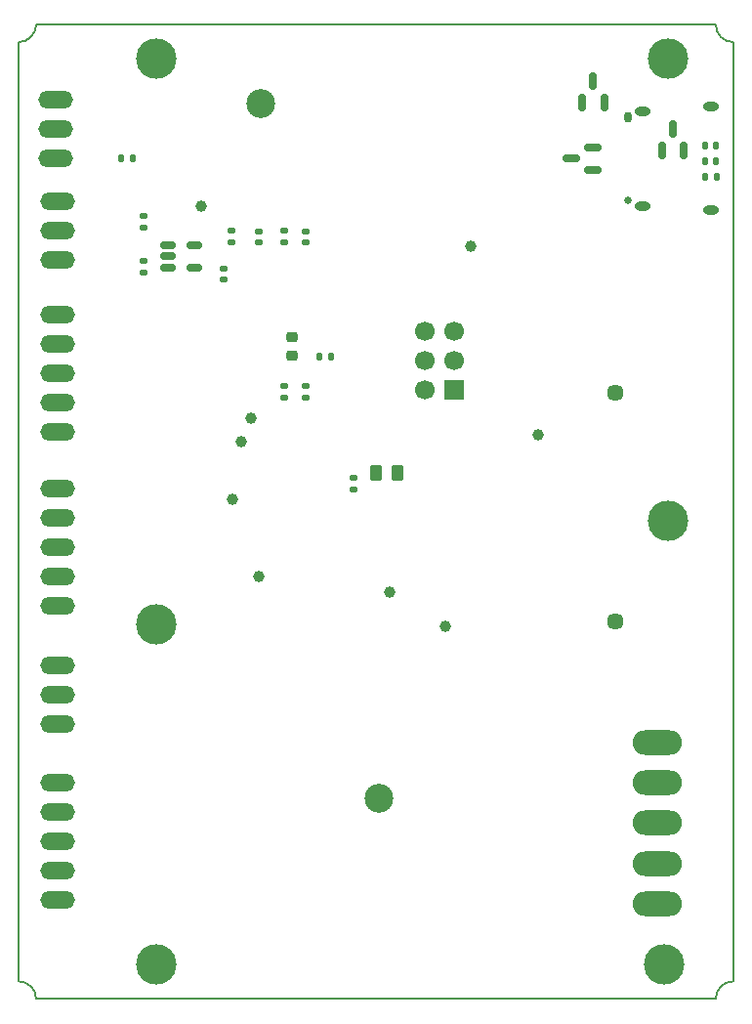
<source format=gbr>
%TF.GenerationSoftware,KiCad,Pcbnew,9.0.2*%
%TF.CreationDate,2025-07-10T16:00:18+01:00*%
%TF.ProjectId,FastStepper,46617374-5374-4657-9070-65722e6b6963,rev?*%
%TF.SameCoordinates,PX71f712cPY8e18f40*%
%TF.FileFunction,Soldermask,Bot*%
%TF.FilePolarity,Negative*%
%FSLAX46Y46*%
G04 Gerber Fmt 4.6, Leading zero omitted, Abs format (unit mm)*
G04 Created by KiCad (PCBNEW 9.0.2) date 2025-07-10 16:00:18*
%MOMM*%
%LPD*%
G01*
G04 APERTURE LIST*
G04 Aperture macros list*
%AMRoundRect*
0 Rectangle with rounded corners*
0 $1 Rounding radius*
0 $2 $3 $4 $5 $6 $7 $8 $9 X,Y pos of 4 corners*
0 Add a 4 corners polygon primitive as box body*
4,1,4,$2,$3,$4,$5,$6,$7,$8,$9,$2,$3,0*
0 Add four circle primitives for the rounded corners*
1,1,$1+$1,$2,$3*
1,1,$1+$1,$4,$5*
1,1,$1+$1,$6,$7*
1,1,$1+$1,$8,$9*
0 Add four rect primitives between the rounded corners*
20,1,$1+$1,$2,$3,$4,$5,0*
20,1,$1+$1,$4,$5,$6,$7,0*
20,1,$1+$1,$6,$7,$8,$9,0*
20,1,$1+$1,$8,$9,$2,$3,0*%
G04 Aperture macros list end*
%ADD10RoundRect,0.150000X-0.512500X-0.150000X0.512500X-0.150000X0.512500X0.150000X-0.512500X0.150000X0*%
%ADD11RoundRect,0.150000X0.587500X0.150000X-0.587500X0.150000X-0.587500X-0.150000X0.587500X-0.150000X0*%
%ADD12RoundRect,0.150000X0.150000X-0.587500X0.150000X0.587500X-0.150000X0.587500X-0.150000X-0.587500X0*%
%ADD13O,3.000000X1.500000*%
%ADD14C,2.500000*%
%ADD15R,1.700000X1.700000*%
%ADD16C,1.700000*%
%ADD17C,1.000000*%
%ADD18C,1.450000*%
%ADD19C,3.500000*%
%ADD20C,0.650000*%
%ADD21O,0.650000X0.950000*%
%ADD22O,1.400000X0.800000*%
%ADD23O,4.267200X2.133600*%
%ADD24RoundRect,0.135000X-0.185000X0.135000X-0.185000X-0.135000X0.185000X-0.135000X0.185000X0.135000X0*%
%ADD25RoundRect,0.140000X-0.140000X-0.170000X0.140000X-0.170000X0.140000X0.170000X-0.140000X0.170000X0*%
%ADD26RoundRect,0.135000X-0.135000X-0.185000X0.135000X-0.185000X0.135000X0.185000X-0.135000X0.185000X0*%
%ADD27RoundRect,0.225000X0.250000X-0.225000X0.250000X0.225000X-0.250000X0.225000X-0.250000X-0.225000X0*%
%ADD28RoundRect,0.140000X-0.170000X0.140000X-0.170000X-0.140000X0.170000X-0.140000X0.170000X0.140000X0*%
%ADD29RoundRect,0.135000X0.185000X-0.135000X0.185000X0.135000X-0.185000X0.135000X-0.185000X-0.135000X0*%
%ADD30RoundRect,0.140000X0.170000X-0.140000X0.170000X0.140000X-0.170000X0.140000X-0.170000X-0.140000X0*%
%ADD31RoundRect,0.140000X0.140000X0.170000X-0.140000X0.170000X-0.140000X-0.170000X0.140000X-0.170000X0*%
%ADD32RoundRect,0.250000X0.262500X0.450000X-0.262500X0.450000X-0.262500X-0.450000X0.262500X-0.450000X0*%
%TA.AperFunction,Profile*%
%ADD33C,0.152400*%
%TD*%
%TA.AperFunction,Profile*%
%ADD34C,0.150000*%
%TD*%
G04 APERTURE END LIST*
D10*
%TO.C,IC10*%
X12962500Y63369400D03*
X12962500Y64319400D03*
X12962500Y65269400D03*
X15237500Y65269400D03*
X15237500Y63369400D03*
%TD*%
D11*
%TO.C,D6*%
X49736400Y73750000D03*
X49736400Y71850000D03*
X47861400Y72800000D03*
%TD*%
D12*
%TO.C,D5*%
X50748900Y77662500D03*
X48848900Y77662500D03*
X49798900Y79537500D03*
%TD*%
%TO.C,D4*%
X57648900Y73462500D03*
X55748900Y73462500D03*
X56698900Y75337500D03*
%TD*%
D13*
%TO.C,X3*%
X3200000Y77933400D03*
X3200000Y75393400D03*
X3200000Y72853400D03*
%TD*%
D14*
%TO.C,J6*%
X31198900Y17400000D03*
%TD*%
D13*
%TO.C,X4*%
X3356000Y69131400D03*
X3356000Y66591400D03*
X3356000Y64051400D03*
%TD*%
D15*
%TO.C,SV2*%
X37748900Y52750000D03*
D16*
X35208900Y52750000D03*
X37748900Y55290000D03*
X35208900Y55290000D03*
X37748900Y57830000D03*
X35208900Y57830000D03*
%TD*%
D17*
%TO.C,TP4*%
X20098900Y50300000D03*
%TD*%
D14*
%TO.C,J4*%
X20998900Y77600000D03*
%TD*%
D18*
%TO.C,J2*%
X51733666Y32700000D03*
%TD*%
D17*
%TO.C,TP10*%
X15798900Y68700000D03*
%TD*%
%TO.C,TP11*%
X36998900Y32250000D03*
%TD*%
%TO.C,TP13*%
X39198900Y65200000D03*
%TD*%
D19*
%TO.C,SC1*%
X11898900Y81500000D03*
%TD*%
D20*
%TO.C,J1*%
X52833900Y69187500D03*
D21*
X52833900Y76387500D03*
D22*
X60033900Y68297500D03*
X54083900Y68657500D03*
X54083900Y76917500D03*
X60033900Y77277500D03*
%TD*%
D19*
%TO.C,SC1*%
X55981414Y3000000D03*
%TD*%
D17*
%TO.C,TP6*%
X18525000Y43243400D03*
%TD*%
D19*
%TO.C,SC1*%
X56248900Y41400000D03*
%TD*%
D13*
%TO.C,X10*%
X3400000Y28922400D03*
X3400000Y26382400D03*
X3400000Y23842400D03*
%TD*%
D19*
%TO.C,SC1*%
X11898900Y32400000D03*
%TD*%
D18*
%TO.C,J3*%
X51713900Y52500000D03*
%TD*%
D13*
%TO.C,X5*%
X3400000Y44165400D03*
X3400000Y41625400D03*
X3400000Y39085400D03*
X3400000Y36545400D03*
X3400000Y34005400D03*
%TD*%
%TO.C,X9*%
X3400000Y18762400D03*
X3400000Y16222400D03*
X3400000Y13682400D03*
X3400000Y11142400D03*
X3400000Y8602400D03*
%TD*%
D19*
%TO.C,SC1*%
X56248900Y81500000D03*
%TD*%
D17*
%TO.C,TP5*%
X19248900Y48250000D03*
%TD*%
D19*
%TO.C,SC1*%
X11898900Y3000000D03*
%TD*%
D23*
%TO.C,X1*%
X55348900Y8225000D03*
X55348900Y11725000D03*
X55348900Y15225000D03*
X55348900Y18725000D03*
X55348900Y22225000D03*
%TD*%
D17*
%TO.C,TP1*%
X44998900Y48900000D03*
%TD*%
D13*
%TO.C,X2*%
X3400000Y59273400D03*
X3400000Y56733400D03*
X3400000Y54193400D03*
X3400000Y51653400D03*
X3400000Y49113400D03*
%TD*%
D17*
%TO.C,TP8*%
X20794200Y36563200D03*
%TD*%
%TO.C,TP9*%
X32164000Y35273400D03*
%TD*%
D24*
%TO.C,R20*%
X10800000Y63929400D03*
X10800000Y62909400D03*
%TD*%
D25*
%TO.C,C23*%
X59498900Y73925000D03*
X60458900Y73925000D03*
%TD*%
D26*
%TO.C,R3*%
X59488900Y71187500D03*
X60508900Y71187500D03*
%TD*%
D24*
%TO.C,R19*%
X23000000Y66529400D03*
X23000000Y65509400D03*
%TD*%
D27*
%TO.C,C15*%
X23700000Y55744400D03*
X23700000Y57294400D03*
%TD*%
D28*
%TO.C,C1*%
X17798000Y63247400D03*
X17798000Y62287400D03*
%TD*%
%TO.C,C42*%
X24900000Y66499400D03*
X24900000Y65539400D03*
%TD*%
D29*
%TO.C,R17*%
X18400000Y65509400D03*
X18400000Y66529400D03*
%TD*%
D26*
%TO.C,R9*%
X26090000Y55619400D03*
X27110000Y55619400D03*
%TD*%
D24*
%TO.C,R21*%
X10800000Y67829400D03*
X10800000Y66809400D03*
%TD*%
D30*
%TO.C,C41*%
X20800000Y65539400D03*
X20800000Y66499400D03*
%TD*%
D28*
%TO.C,C16*%
X29000000Y45099400D03*
X29000000Y44139400D03*
%TD*%
D26*
%TO.C,R8*%
X8857000Y72815346D03*
X9877000Y72815346D03*
%TD*%
D24*
%TO.C,R7*%
X23024000Y53101400D03*
X23024000Y52081400D03*
%TD*%
D31*
%TO.C,C2*%
X60458900Y72556250D03*
X59498900Y72556250D03*
%TD*%
D29*
%TO.C,R4*%
X24877200Y52086600D03*
X24877200Y53106600D03*
%TD*%
D32*
%TO.C,L3*%
X32812500Y45519400D03*
X30987500Y45519400D03*
%TD*%
D33*
X60423900Y0D02*
G75*
G02*
X61923900Y1500000I1500000J0D01*
G01*
X1500000Y0D02*
X60423900Y0D01*
X0Y1500000D02*
G75*
G02*
X1500000Y0I0J-1500000D01*
G01*
X1500000Y84400000D02*
G75*
G02*
X0Y82900000I-1500000J0D01*
G01*
D34*
X61923900Y1500000D02*
X61923900Y82900000D01*
D33*
X60423900Y84400000D02*
X1500000Y84400000D01*
X0Y82900000D02*
X0Y1500000D01*
X61923900Y82900000D02*
G75*
G02*
X60423900Y84400000I0J1500000D01*
G01*
M02*

</source>
